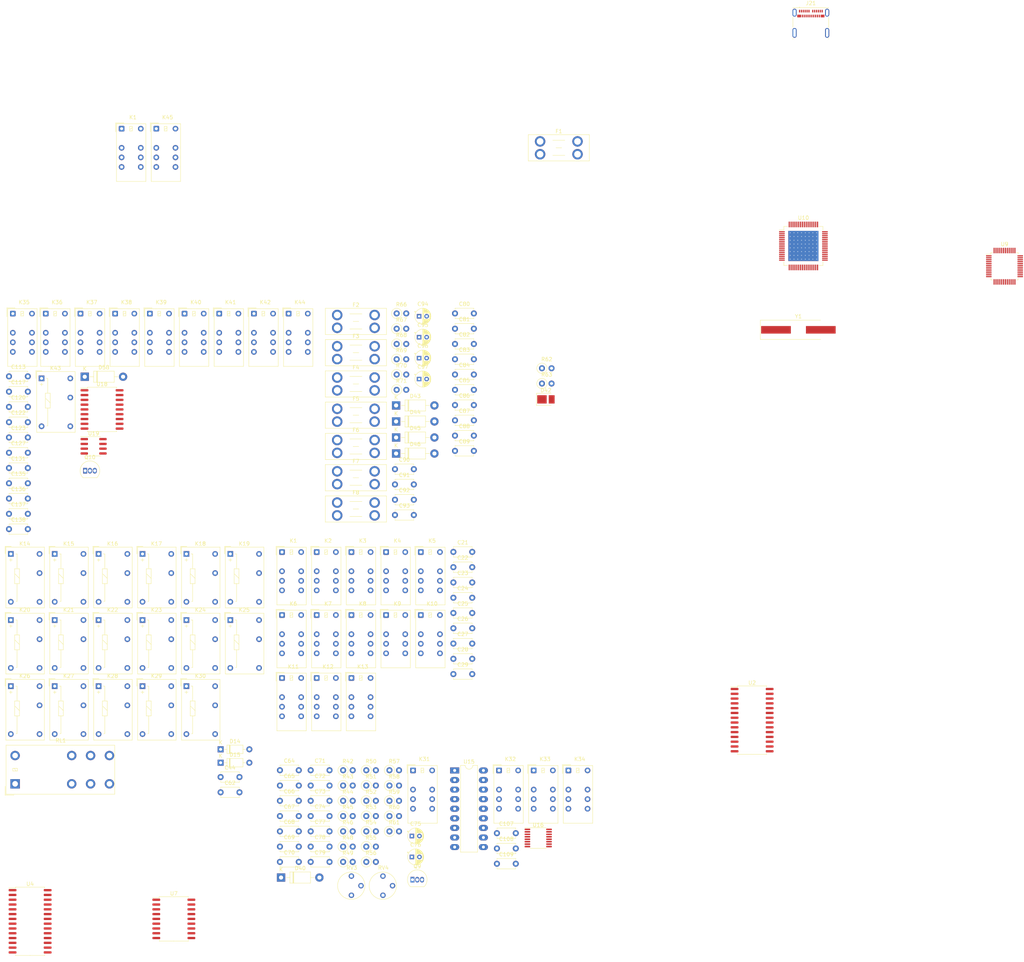
<source format=kicad_pcb>
(kicad_pcb (version 20221018) (generator pcbnew)
  (layers (0 "F.Cu" signal) (31 "B.Cu" signal) (34 "B.Paste" user) (35 "F.Paste" user) (36 "B.SilkS" user "B.Silkscreen") (37 "F.SilkS" user "F.Silkscreen") (38 "B.Mask" user) (39 "F.Mask" user) (44 "Edge.Cuts" user))
  (net 0 "")
  (net 1 "Earth")
  (net 2 "+12V")
  (net 3 "Net-(D8-K)")
  (net 4 "+5V")
  (net 5 "Net-(D9-K)")
  (net 6 "Net-(D10-K)")
  (net 7 "Net-(D11-K)")
  (net 8 "Net-(D12-K)")
  (net 9 "Net-(D13-K)")
  (net 10 "Net-(J13-In)")
  (net 11 "Net-(C64-Pad2)")
  (net 12 "Net-(T2-SD)")
  (net 13 "Net-(T2-AA)")
  (net 14 "Net-(C66-Pad2)")
  (net 15 "Net-(T2-AB)")
  (net 16 "Net-(C67-Pad2)")
  (net 17 "Net-(C69-Pad2)")
  (net 18 "Net-(T3-AA)")
  (net 19 "Net-(C70-Pad2)")
  (net 20 "Net-(T3-AB)")
  (net 21 "Net-(C71-Pad2)")
  (net 22 "Net-(C72-Pad1)")
  (net 23 "Net-(C73-Pad2)")
  (net 24 "Net-(C74-Pad2)")
  (net 25 "Net-(C75-Pad1)")
  (net 26 "+BATT")
  (net 27 "Net-(Q9-E)")
  (net 28 "+1V1")
  (net 29 "+3.3V")
  (net 30 "Net-(U10-XI)")
  (net 31 "Net-(U10-XO)")
  (net 32 "Net-(C86-Pad1)")
  (net 33 "Net-(C87-Pad1)")
  (net 34 "Net-(C88-Pad1)")
  (net 35 "GND")
  (net 36 "Net-(U12-EN)")
  (net 37 "Net-(U12-VBST)")
  (net 38 "Net-(U12-SW)")
  (net 39 "Net-(C93-Pad1)")
  (net 40 "Net-(D43-A)")
  (net 41 "Net-(J29-Pin_8)")
  (net 42 "Net-(D50-K)")
  (net 43 "Net-(D51-K)")
  (net 44 "Net-(D52-K)")
  (net 45 "Net-(D53-K)")
  (net 46 "Net-(D54-K)")
  (net 47 "Net-(D55-K)")
  (net 48 "Net-(D56-K)")
  (net 49 "Net-(D57-K)")
  (net 50 "Net-(D60-K)")
  (net 51 "Net-(D14-K)")
  (net 52 "Net-(D14-A)")
  (net 53 "Net-(D15-K)")
  (net 54 "Net-(D15-A)")
  (net 55 "Net-(D40-K)")
  (net 56 "Net-(D40-A)")
  (net 57 "Net-(D42-A)")
  (net 58 "Net-(D44-A)")
  (net 59 "Net-(D45-A)")
  (net 60 "Net-(D46-A)")
  (net 61 "Net-(D58-K)")
  (net 62 "Net-(J20-VBUS1)")
  (net 63 "-BATT")
  (net 64 "Net-(D43-K)")
  (net 65 "Net-(JP2-C)")
  (net 66 "Net-(JP1-C)")
  (net 69 "Net-(K1-Pad10)")
  (net 70 "Net-(J4-In)")
  (net 71 "Net-(C7-Pad1)")
  (net 72 "Net-(C14-Pad2)")
  (net 73 "Net-(K1-Pad9)")
  (net 74 "Net-(D1-K)")
  (net 75 "Net-(K2-Pad10)")
  (net 76 "Net-(J2-In)")
  (net 77 "Net-(J1-In)")
  (net 78 "Net-(K2-Pad9)")
  (net 79 "Net-(D2-K)")
  (net 80 "Net-(K3-Pad10)")
  (net 81 "Net-(C1-Pad1)")
  (net 82 "Net-(C15-Pad1)")
  (net 83 "Net-(K3-Pad9)")
  (net 84 "Net-(D3-K)")
  (net 85 "Net-(K4-Pad10)")
  (net 86 "Net-(C2-Pad1)")
  (net 87 "Net-(C16-Pad1)")
  (net 88 "Net-(K4-Pad9)")
  (net 89 "Net-(D4-K)")
  (net 90 "Net-(K5-Pad10)")
  (net 91 "Net-(C3-Pad1)")
  (net 92 "Net-(C17-Pad1)")
  (net 93 "Net-(K5-Pad9)")
  (net 94 "Net-(D5-K)")
  (net 95 "Net-(K6-Pad10)")
  (net 96 "Net-(C4-Pad1)")
  (net 97 "Net-(C18-Pad1)")
  (net 98 "Net-(K6-Pad9)")
  (net 99 "Net-(D6-K)")
  (net 100 "Net-(K7-Pad10)")
  (net 101 "Net-(C5-Pad1)")
  (net 102 "Net-(C19-Pad1)")
  (net 103 "Net-(K7-Pad9)")
  (net 104 "Net-(D7-K)")
  (net 105 "Net-(K8-Pad10)")
  (net 106 "Net-(C6-Pad1)")
  (net 107 "Net-(C20-Pad1)")
  (net 108 "Net-(J3-In)")
  (net 109 "Net-(K9-Pad10)")
  (net 110 "Net-(K10-Pad9)")
  (net 111 "Net-(C35-Pad1)")
  (net 112 "Net-(C30-Pad2)")
  (net 113 "Net-(J6-In)")
  (net 114 "Net-(K10-Pad10)")
  (net 115 "Net-(K10-Pad4)")
  (net 116 "Net-(C36-Pad1)")
  (net 117 "Net-(C31-Pad2)")
  (net 118 "Net-(K11-Pad10)")
  (net 119 "Net-(K11-Pad4)")
  (net 120 "Net-(C37-Pad1)")
  (net 121 "Net-(C32-Pad2)")
  (net 122 "Net-(K12-Pad10)")
  (net 123 "Net-(K12-Pad4)")
  (net 124 "Net-(C38-Pad1)")
  (net 125 "Net-(C33-Pad2)")
  (net 126 "Net-(K13-Pad10)")
  (net 128 "Net-(C39-Pad1)")
  (net 129 "Net-(C34-Pad2)")
  (net 130 "Net-(U5-O5)")
  (net 131 "Net-(K14-Pad7)")
  (net 133 "Net-(C48-Pad1)")
  (net 134 "Net-(U5-O6)")
  (net 136 "Net-(C53-Pad1)")
  (net 137 "Net-(U5-O7)")
  (net 139 "Net-(C49-Pad1)")
  (net 140 "Net-(U5-O8)")
  (net 142 "Net-(C51-Pad1)")
  (net 143 "Net-(U5-O1)")
  (net 145 "Net-(C58-Pad1)")
  (net 146 "Net-(U5-O2)")
  (net 148 "Net-(C56-Pad1)")
  (net 149 "Net-(U5-O3)")
  (net 151 "Net-(C60-Pad1)")
  (net 152 "Net-(U5-O4)")
  (net 154 "Net-(C57-Pad1)")
  (net 155 "Net-(U6-O7)")
  (net 156 "Net-(K22-Pad10)")
  (net 157 "Net-(K22-Pad12)")
  (net 158 "Net-(U8-O5)")
  (net 159 "Net-(K23-Pad7)")
  (net 160 "Net-(K23-Pad10)")
  (net 162 "Net-(U8-O6)")
  (net 163 "Net-(K24-Pad7)")
  (net 165 "Net-(U8-O7)")
  (net 167 "Net-(U8-O8)")
  (net 168 "Net-(K26-Pad10)")
  (net 170 "Net-(U8-O2)")
  (net 171 "Net-(K27-Pad7)")
  (net 173 "Net-(U8-O3)")
  (net 174 "Net-(K28-Pad7)")
  (net 176 "Net-(U8-O4)")
  (net 178 "Net-(U8-O1)")
  (net 179 "Net-(K30-Pad10)")
  (net 181 "Net-(JP4-C)")
  (net 182 "Net-(J17-In)")
  (net 183 "Net-(J15-In)")
  (net 184 "Net-(J14-In)")
  (net 185 "Net-(K32-Pad10)")
  (net 186 "Net-(K32-Pad4)")
  (net 187 "Net-(C98-Pad1)")
  (net 188 "Net-(C104-Pad1)")
  (net 190 "Net-(D47-K)")
  (net 191 "Net-(K33-Pad10)")
  (net 192 "Net-(K33-Pad4)")
  (net 193 "Net-(C99-Pad1)")
  (net 194 "Net-(C105-Pad1)")
  (net 195 "Net-(D48-K)")
  (net 196 "Net-(K34-Pad10)")
  (net 198 "Net-(C100-Pad1)")
  (net 199 "Net-(C106-Pad1)")
  (net 200 "Net-(D49-K)")
  (net 201 "Net-(K35-Pad10)")
  (net 202 "Net-(K35-Pad4)")
  (net 203 "Net-(C110-Pad1)")
  (net 204 "Net-(C111-Pad1)")
  (net 205 "Net-(J30-In)")
  (net 206 "Net-(K36-Pad10)")
  (net 207 "Net-(K36-Pad4)")
  (net 208 "Net-(C114-Pad1)")
  (net 209 "Net-(C115-Pad1)")
  (net 210 "Net-(K37-Pad10)")
  (net 211 "Net-(K37-Pad4)")
  (net 212 "Net-(C118-Pad1)")
  (net 213 "Net-(C119-Pad1)")
  (net 214 "Net-(K38-Pad10)")
  (net 215 "Net-(K38-Pad4)")
  (net 216 "Net-(C124-Pad1)")
  (net 217 "Net-(C125-Pad1)")
  (net 218 "Net-(K39-Pad10)")
  (net 219 "Net-(K39-Pad4)")
  (net 220 "Net-(C128-Pad1)")
  (net 221 "Net-(C129-Pad1)")
  (net 222 "Net-(K40-Pad10)")
  (net 223 "Net-(K40-Pad4)")
  (net 224 "Net-(C132-Pad1)")
  (net 225 "Net-(C133-Pad1)")
  (net 226 "Net-(K41-Pad10)")
  (net 228 "Net-(J32-In)")
  (net 229 "Net-(J33-In)")
  (net 230 "Net-(K42-Pad10)")
  (net 231 "Net-(J36-In)")
  (net 232 "Net-(J34-In)")
  (net 233 "Net-(J35-In)")
  (net 238 "Net-(K44-Pad10)")
  (net 240 "Net-(C140-Pad1)")
  (net 241 "Net-(C139-Pad2)")
  (net 243 "Net-(Q9-B)")
  (net 246 "Net-(Q10-K)")
  (net 247 "Net-(R42-Pad2)")
  (net 248 "Net-(T2-SA)")
  (net 249 "Net-(Q2-Pad1)")
  (net 250 "Net-(R46-Pad2)")
  (net 251 "Net-(Q3-Pad1)")
  (net 252 "Net-(Q4-Pad1)")
  (net 253 "Net-(T3-SD)")
  (net 254 "Net-(T3-SA)")
  (net 255 "Net-(Q5-Pad1)")
  (net 256 "Net-(Q6-Pad1)")
  (net 257 "Net-(R56-Pad2)")
  (net 258 "Net-(T4-AB)")
  (net 259 "Net-(T4-AA)")
  (net 260 "Net-(R61-Pad1)")
  (net 261 "Net-(U10-USB_R1)")
  (net 262 "Net-(U12-VFB)")
  (net 263 "Net-(RL1-Pad2)")
  (net 264 "Net-(J12-In)")
  (net 265 "Net-(J11-In)")
  (net 266 "Net-(D31-K)")
  (net 267 "Net-(U2-GPB0)")
  (net 268 "Net-(U2-GPB1)")
  (net 269 "Net-(U2-GPB2)")
  (net 270 "Net-(U2-GPB3)")
  (net 271 "Net-(U2-GPB4)")
  (net 272 "Net-(U2-GPB5)")
  (net 273 "Net-(U2-GPB6)")
  (net 274 "Net-(U2-GPB7)")
  (net 276 "Net-(J5-Pin_7)")
  (net 277 "Net-(J5-Pin_5)")
  (net 282 "Net-(U1-I1)")
  (net 283 "Net-(U1-I2)")
  (net 284 "Net-(U1-I3)")
  (net 285 "Net-(U1-I4)")
  (net 286 "Net-(U1-I5)")
  (net 287 "Net-(U1-I6)")
  (net 288 "Net-(U1-I7)")
  (net 289 "Net-(U1-I8)")
  (net 290 "Net-(U4-GPB0)")
  (net 291 "Net-(U4-GPB1)")
  (net 292 "Net-(U4-GPB2)")
  (net 293 "Net-(U4-GPB3)")
  (net 294 "Net-(U4-GPB4)")
  (net 295 "Net-(U4-GPB5)")
  (net 296 "Net-(U4-GPB6)")
  (net 297 "Net-(U4-GPB7)")
  (net 299 "Net-(J10-Pin_7)")
  (net 300 "Net-(J10-Pin_5)")
  (net 305 "Net-(U4-GPA0)")
  (net 306 "Net-(U4-GPA1)")
  (net 307 "Net-(U4-GPA2)")
  (net 308 "Net-(U4-GPA3)")
  (net 309 "Net-(U4-GPA4)")
  (net 310 "Net-(U4-GPA5)")
  (net 311 "Net-(U4-GPA6)")
  (net 312 "Net-(U4-GPA7)")
  (net 316 "Net-(U7-GP0)")
  (net 317 "Net-(U7-GP1)")
  (net 318 "Net-(U7-GP2)")
  (net 319 "Net-(U7-GP3)")
  (net 320 "Net-(U7-GP4)")
  (net 321 "Net-(U7-GP5)")
  (net 322 "Net-(U7-GP6)")
  (net 323 "Net-(U7-GP7)")
  (net 334 "GNDD")
  (net 344 "GNDA")
  (net 347 "Net-(U9-MICIN)")
  (net 348 "Net-(U9-LOL)")
  (net 350 "Net-(U9-LOR)")
  (net 354 "Net-(U10-USB_DP_DN4)")
  (net 355 "Net-(U10-USB_DM_DN4)")
  (net 379 "Net-(JP3-C)")
  (net 380 "Net-(K1-Pad4)")
  (net 386 "Net-(JP3-A)")
  (net 387 "Net-(JP4-A)")
  (net 393 "Net-(J20-D1+)")
  (net 394 "Net-(J20-D1-)")
  (net 399 "Net-(J20-D2+)")
  (net 400 "Net-(J20-D2-)")
  (net 410 "Net-(U15-I1)")
  (net 411 "Net-(U15-I2)")
  (net 412 "Net-(U15-I3)")
  (net 413 "Net-(U15-I4)")
  (net 414 "Net-(U15-I5)")
  (net 415 "Net-(U15-I6)")
  (net 416 "Net-(U15-I7)")
  (net 417 "Net-(U15-I8)")
  (net 424 "Net-(J29-Pin_5)")
  (net 425 "Net-(J29-Pin_7)")
  (net 426 "Net-(J29-Pin_1)")
  (net 427 "Net-(J29-Pin_9)")
  (net 428 "Net-(J31-Pin_5)")
  (net 429 "Net-(J31-Pin_7)")
  (net 433 "Net-(U17-I1)")
  (net 434 "Net-(U17-I2)")
  (net 435 "Net-(U17-I3)")
  (net 436 "Net-(U17-I4)")
  (net 437 "Net-(U17-I5)")
  (net 438 "Net-(U17-I6)")
  (net 439 "Net-(U17-I7)")
  (net 440 "Net-(U17-I8)")
  (net 448 "Net-(J7-Ext)")
  (net 449 "Net-(K2-Pad4)")
  (net 451 "Net-(K45-Pad10)")
  (net 452 "Net-(J38-In)")
  (net 453 "Net-(J37-In)")
  (net 454 "Net-(D62-K)")
  (footprint "Diode_THT:D_DO-35_SOD27_P7.62mm_Horizontal" (layer "F.Cu") (at 75.465 140.195)
    (fp_text reference "D15")
    (fp_text value "1N4148")
  )
  (footprint "Resistor_THT:R_Axial_DIN0207_L6.3mm_D2.5mm_P2.54mm_Vertical" (layer "F.Cu") (at 160.635 35.595)
    (fp_text reference "R62")
    (fp_text value "10M")
  )
  (footprint "Capacitor_THT:C_Disc_D4.7mm_W2.5mm_P5.00mm" (layer "F.Cu") (at 19.375 66.095)
    (fp_text reference "C135")
    (fp_text value "0.1u")
  )
  (footprint "Diode_THT:D_DO-41_SOD81_P10.16mm_Horizontal" (layer "F.Cu") (at 121.975 53.955)
    (fp_text reference "D45")
    (fp_text value "1N4001")
  )
  (footprint "Capacitor_THT:CP_Radial_D4.0mm_P2.00mm" (layer "F.Cu") (at 126.159801 165.185)
    (fp_text reference "C76")
    (fp_text value "470u")
  )
  (footprint "Capacitor_THT:C_Disc_D4.7mm_W2.5mm_P5.00mm" (layer "F.Cu") (at 19.375 49.895)
    (fp_text reference "C122")
    (fp_text value "0.1u")
  )
  (footprint "Package_SO:SOIC-28W_7.5x17.9mm_P1.27mm" (layer "F.Cu") (at 24.97 182.245)
    (fp_text reference "U4")
    (fp_text value "MCP23017_SO")
  )
  (footprint "Relay_THT:Relay_DPDT_Kemet_EC2" (layer "F.Cu") (at 47.515 21.1)
    (fp_text reference "K38")
    (fp_text value "EC2-5SNU")
  )
  (footprint "Resistor_THT:R_Axial_DIN0207_L6.3mm_D2.5mm_P2.54mm_Vertical" (layer "F.Cu") (at 122.125 33.205)
    (fp_text reference "R69")
    (fp_text value "10M")
  )
  (footprint "Relay_THT:Relay_DPDT_Kemet_EC2" (layer "F.Cu") (at 119.325 101.035)
    (fp_text reference "K9")
    (fp_text value "EC2-5SNU")
  )
  (footprint "Capacitor_THT:C_Disc_D4.7mm_W2.5mm_P5.00mm" (layer "F.Cu") (at 137.585 41.305)
    (fp_text reference "C85")
    (fp_text value "18p")
  )
  (footprint "Capacitor_THT:C_Disc_D4.7mm_W2.5mm_P5.00mm" (layer "F.Cu") (at 137.155 100.495)
    (fp_text reference "C25")
    (fp_text value "0.1u")
  )
  (footprint "Capacitor_THT:C_Disc_D4.7mm_W2.5mm_P5.00mm" (layer "F.Cu") (at 148.695 166.985)
    (fp_text reference "C109")
    (fp_text value "0.1u")
  )
  (footprint "Capacitor_THT:C_Disc_D4.7mm_W2.5mm_P5.00mm" (layer "F.Cu") (at 99.335 146.245)
    (fp_text reference "C72")
    (fp_text value "0.1u")
  )
  (footprint "Capacitor_THT:C_Disc_D4.7mm_W2.5mm_P5.00mm" (layer "F.Cu") (at 148.695 162.935)
    (fp_text reference "C108")
    (fp_text value "0.1u")
  )
  (footprint "Resistor_THT:R_Axial_DIN0207_L6.3mm_D2.5mm_P2.54mm_Vertical" (layer "F.Cu") (at 160.635 39.645)
    (fp_text reference "R63")
    (fp_text value "9.53K")
  )
  (footprint "Capacitor_THT:C_Disc_D4.7mm_W2.5mm_P5.00mm" (layer "F.Cu") (at 148.695 158.885)
    (fp_text reference "C107")
    (fp_text value "0.1u")
  )
  (footprint "Resistor_THT:R_Axial_DIN0207_L6.3mm_D2.5mm_P2.54mm_Vertical" (layer "F.Cu") (at 107.935 154.345)
    (fp_text reference "R45")
    (fp_text value "22")
  )
  (footprint "Resistor_THT:R_Axial_DIN0207_L6.3mm_D2.5mm_P2.54mm_Vertical" (layer "F.Cu") (at 114.075 166.495)
    (fp_text reference "R56")
    (fp_text value "2.2K")
  )
  (footprint "Capacitor_THT:C_Disc_D4.7mm_W2.5mm_P5.00mm" (layer "F.Cu") (at 137.585 37.255)
    (fp_text reference "C84")
    (fp_text value "18p")
  )
  (footprint "Capacitor_THT:C_Disc_D4.7mm_W2.5mm_P5.00mm" (layer "F.Cu") (at 99.335 158.395)
    (fp_text reference "C77")
    (fp_text value "0.1u")
  )
  (footprint "Relay_THT:Relay_SPDT_Omron_G6E" (layer "F.Cu") (at 66.4 84.83)
    (fp_text reference "K18")
    (fp_text value "G6E")
  )
  (footprint "Resistor_THT:R_Axial_DIN0207_L6.3mm_D2.5mm_P2.54mm_Vertical" (layer "F.Cu") (at 120.215 150.295)
    (fp_text reference "R59")
    (fp_text value "220")
  )
  (footprint "Diode_THT:D_DO-41_SOD81_P10.16mm_Horizontal" (layer "F.Cu") (at 39.455 37.845)
    (fp_text reference "D58")
    (fp_text value "1N4001")
  )
  (footprint "Relay_THT:Relay_DPDT_Kemet_EC2" (layer "F.Cu") (at 128.52 101.035)
    (fp_text reference "K10")
    (fp_text value "EC2-5SNU")
  )
  (footprint "Crystal:Crystal_SMD_HC49-SD_HandSoldering" (layer "F.Cu") (at 228.6 25.4)
    (fp_text reference "Y1")
    (fp_text value "24Mhz")
  )
  (footprint "Package_SO:SOIC-8_3.9x4.9mm_P1.27mm" (layer "F.Cu") (at 41.805 56.285)
    (fp_text reference "U19")
    (fp_text value "LM555xM")
  )
  (footprint "Relay_THT:Relay_SPDT_Omron_G6E" (layer "F.Cu") (at 19.86 119.9)
    (fp_text reference "K26")
    (fp_text value "G6E")
  )
  (footprint "Capacitor_THT:C_Disc_D4.7mm_W2.5mm_P5.00mm" (layer "F.Cu") (at 19.375 37.745)
    (fp_text reference "C113")
    (fp_text value "0.1u")
  )
  (footprint "Diode_THT:D_DO-41_SOD81_P10.16mm_Horizontal" (layer "F.Cu") (at 91.485 170.645)
    (fp_text reference "D40")
    (fp_text value "1N4001")
  )
  (footprint "Relay_THT:Relay_DPDT_Kemet_EC2" (layer "F.Cu") (at 58.42 -27.94)
    (fp_text reference "K45")
    (fp_text value "EC2-5SNU")
  )
  (footprint "Relay_THT:Relay_DPDT_Kemet_EC2" (layer "F.Cu") (at 149.25 142.24)
    (fp_text reference "K32")
    (fp_text value "EC2-5SNU")
  )
  (footprint "Resistor_THT:R_Axial_DIN0207_L6.3mm_D2.5mm_P2.54mm_Vertical" (layer "F.Cu") (at 114.075 154.345)
    (fp_text reference "R53")
    (fp_text value "1K")
  )
  (footprint "Capacitor_THT:C_Disc_D4.7mm_W2.5mm_P5.00mm" (layer "F.Cu") (at 137.585 53.455)
    (fp_text reference "C88")
    (fp_text value "0.1u")
  )
  (footprint "Relay_THT:Relay_DPDT_Kemet_EC2" (layer "F.Cu") (at 110.13 84.34)
    (fp_text reference "K3")
    (fp_text value "EC2-5SNU")
  )
  (footprint "Fuse:Fuseholder_Blade_Mini_Keystone_3568" (layer "F.Cu") (at 106.365 21.475)
    (fp_text reference "F2")
    (fp_text value "30A")
  )
  (footprint "Fuse:Fuseholder_Blade_Mini_Keystone_3568" (layer "F.Cu") (at 106.365 71.215)
    (fp_text reference "F8")
    (fp_text value "250mA")
  )
  (footprint "Relay_THT:Relay_SPDT_Omron_G6E" (layer "F.Cu") (at 66.4 119.9)
    (fp_text reference "K30")
    (fp_text value "G6E")
  )
  (footprint "Package_SO:SOIC-18W_7.5x11.6mm_P1.27mm" (layer "F.Cu") (at 63.07 181.61)
    (fp_text reference "U7")
    (fp_text value "MCP23008-xSO")
  )
  (footprint "Relay_THT:Relay_DPDT_Kemet_EC2" (layer "F.Cu") (at 91.74 117.73)
    (fp_text reference "K11")
    (fp_text value "EC2-5SNU")
  )
  (footprint "Relay_THT:Relay_DPDT_Kemet_EC2" (layer "F.Cu") (at 126.46 142.24)
    (fp_text reference "K31")
    (fp_text value "EC2-5SNU")
  )
  (footprint "Resistor_THT:R_Axial_DIN0207_L6.3mm_D2.5mm_P2.54mm_Vertical" (layer "F.Cu") (at 122.125 29.155)
    (fp_text reference "R68")
    (fp_text value "10M")
  )
  (footprint "Resistor_THT:R_Axial_DIN0207_L6.3mm_D2.5mm_P2.54mm_Vertical" (layer "F.Cu") (at 107.935 166.495)
    (fp_text reference "R49")
    (fp_text value "22")
  )
  (footprint "Capacitor_THT:CP_Radial_D4.0mm_P2.00mm" (layer "F.Cu") (at 128.069801 32.905)
    (fp_text reference "C96")
    (fp_text value "10u")
  )
  (footprint "Resistor_THT:R_Axial_DIN0207_L6.3mm_D2.5mm_P2.54mm_Vertical" (layer "F.Cu") (at 114.075 150.295)
    (fp_text reference "R52")
    (fp_text value "1K")
  )
  (footprint "Relay_THT:Relay_DPDT_Kemet_EC2" (layer "F.Cu") (at 38.32 21.1)
    (fp_text reference "K37")
    (fp_text value "EC2-5SNU")
  )
  (footprint "Capacitor_THT:C_Disc_D4.7mm_W2.5mm_P5.00mm" (layer "F.Cu") (at 19.375 74.195)
    (fp_text reference "C137")
    (fp_text value "0.1u")
  )
  (footprint "Relay_THT:Relay_SPDT_Omron_G6E" (layer "F.Cu") (at 31.495 102.365)
    (fp_text reference "K21")
    (fp_text value "G6E")
  )
  (footprint "Resistor_THT:R_Axial_DIN0207_L6.3mm_D2.5mm_P2.54mm_Vertical" (layer "F.Cu") (at 114.075 162.445)
    (fp_text reference "R55")
    (fp_text value "22")
  )
  (footprint "Relay_THT:Relay_DPDT_Kemet_EC2" (layer "F.Cu") (at 158.445 142.24)
    (fp_text reference "K33")
    (fp_text value "EC2-5SNU")
  )
  (footprint "Capacitor_THT:C_Disc_D4.7mm_W2.5mm_P5.00mm" (layer "F.Cu") (at 137.585 49.405)
    (fp_text reference "C87")
    (fp_text value "0.1u")
  )
  (footprint "Capacitor_THT:C_Disc_D4.7mm_W2.5mm_P5.00mm" (layer "F.Cu") (at 137.585 57.505)
    (fp_text reference "C89")
    (fp_text value "0.1u")
  )
  (footprint "Capacitor_THT:C_Disc_D4.7mm_W2.5mm_P5.00mm" (layer "F.Cu") (at 121.675 74.505)
    (fp_text reference "C93")
    (fp_text value "47u")
  )
  (footprint "Relay_THT:Relay_SPDT_Omron_G6E" (layer "F.Cu") (at 19.86 84.83)
    (fp_text reference "K14")
    (fp_text value "G6E")
  )
  (footprint "Capacitor_THT:C_Disc_D4.7mm_W2.5mm_P5.00mm" (layer "F.Cu") (at 19.375 70.145)
    (fp_text reference "C136")
    (fp_text value "0.1u")
  )
  (footprint "Diode_THT:D_DO-35_SOD27_P7.62mm_Horizontal" (layer "F.Cu") (at 75.465 136.645)
    (fp_text reference "D14")
    (fp_text value "1N4148")
  )
  (footprint "Relay_THT:Relay_SPDT_Omron_G6E" (layer "F.Cu") (at 43.13 84.83)
    (fp_text reference "K16")
    (fp_text value "G6E")
  )
  (footprint "Package_SO:SOIC-18W_7.5x11.6mm_P1.27mm" (layer "F.Cu") (at 44.035 46.515)
    (fp_text reference "U18")
    (fp_text value "MCP23008-xSO")
  )
  (footprint "Resistor_THT:R_Axial_DIN0207_L6.3mm_D2.5mm_P2.54mm_Vertical" (layer "F.Cu") (at 107.935 146.245)
    (fp_text reference "R43")
    (fp_text value "1K")
  )
  (footprint "Capacitor_THT:C_Disc_D4.7mm_W2.5mm_P5.00mm" (layer "F.Cu") (at 91.185 166.495)
    (fp_text reference "C70")
    (fp_text value "0.1u")
  )
  (footprint "Package_SO:TSSOP-16_4.4x5mm_P0.65mm" (layer "F.Cu") (at 159.645 160.155)
    (fp_text reference "U16")
    (fp_text value "74HC596")
  )
  (footprint "Capacitor_THT:CP_Radial_D4.0mm_P2.00mm" (layer "F.Cu") (at 128.069801 21.805)
    (fp_text reference "C94")
    (fp_text value "220u")
  )
  (footprint "Relay_THT:Relay_DPDT_Panasonic_JW2" (layer "F.Cu") (at 21 145.795)
    (fp_text reference "RL1")
    (fp_text value "Bypass")
  )
  (footprint "Capacitor_THT:C_Disc_D4.7mm_W2.5mm_P5.00mm" (layer "F.Cu") (at 19.375 45.845)
    (fp_text reference "C120")
    (fp_text value "0.1u")
  )
  (footprint "Relay_THT:Relay_DPDT_Kemet_EC2" (layer "F.Cu") (at 100.935 84.34)
    (fp_text reference "K2")
    (fp_text value "EC2-5SNU")
  )
  (footprint "Fuse:Fuseholder_Blade_Mini_Keystone_3568" (layer "F.Cu") (at 106.365 62.925)
    (fp_text reference "F7")
    (fp_text value "250mA")
  )
  (footprint "Connector_USB:USB_C_Receptacle_Molex_105450-0101" (layer "F.Cu") (at 231.9 -55.895)
    (fp_text reference "J21")
    (fp_text value "USB")
  )
  (footprint "Capacitor_THT:C_Disc_D4.7mm_W2.5mm_P5.00mm" (layer "F.Cu") (at 19.375 57.995)
    (fp_text reference "C127")
    (fp_text value "0.1u")
  )
  (footprint "Capacitor_THT:C_Disc_D4.7mm_W2.5mm_P5.00mm" (layer "F.Cu") (at 91.185 146.245)
    (fp_text reference "C65")
    (fp_text value "0.1u")
  )
  (footprint "Capacitor_THT:CP_Radial_D4.0mm_P2.00mm" (layer "F.Cu") (at 128.069801 27.355)
    (fp_text reference "C95")
    (fp_text value "220u")
  )
  (footprint "Diode_THT:D_DO-41_SOD81_P10.16mm_Horizontal" (layer "F.Cu") (at 121.975 58.205)
    (fp_text reference "D46")
    (fp_text value "1N4001")
  )
  (footprint "Potentiometer_THT:Potentiometer_Vishay_T7-YA_Single_Vertical" (layer "F.Cu") (at 110.131 175.345)
    (fp_text reference "RV3")
    (fp_text value "10K")
  )
  (footprint "Fuse:Fuseholder_Blade_Mini_Keystone_3568" (layer "F.Cu") (at 106.365 54.635)
    (fp_text reference "F6")
    (fp_text value "3A")
  )
  (footprint "Relay_THT:Relay_SPDT_Omron_G6E" (layer "F.Cu") (at 43.13 119.9)
    (fp_text reference "K28")
    (fp_text value "G6E")
  )
  (footprint "Package_TO_SOT_THT:TO-92_Inline" (layer "F.Cu") (at 39.565 62.765)
    (fp_text reference "Q10")
    (fp_text value "BT169B")
  )
  (footprint "Relay_THT:Relay_SPDT_Omron_G6E" (layer "F.Cu") (at 54.765 102.365)
    (fp_text reference "K23")
    (fp_text value "G6E")
  )
  (footprint "Capacitor_THT:C_Disc_D4.7mm_W2.5mm_P5.00mm" (layer "F.Cu") (at 91.185 158.395)
    (fp_text reference "C68")
    (fp_text value "0.1u")
  )
  (footprint "Capacitor_THT:C_Disc_D4.7mm_W2.5mm_P5.00mm" (layer "F.Cu") (at 137.585 29.155)
    (fp_text reference "C82")
    (fp_text value "10u")
  )
  (footprint "Capacitor_THT:C_Disc_D4.7mm_W2.5mm_P5.00mm" (layer "F.Cu") (at 91.185 142.195)
    (fp_text reference "C64")
    (fp_text value "0.1u")
  )
  (footprint "Package_SO:SOIC-28W_7.5x17.9mm_P1.27mm" (layer "F.Cu") (at 216.33 128.905)
    (fp_text reference "U2")
    (fp_text value "MCP23017_SO")
  )
  (footprint "Relay_THT:Relay_DPDT_Kemet_EC2" (layer "F.Cu") (at 65.905 21.1)
    (fp_text reference "K40")
    (fp_text value "EC2-5SNU")
  )
  (footprint "Potentiometer_THT:Potentiometer_Vishay_T7-YA_Single_Vertical" (layer "F.Cu") (at 118.491 175.345)
    (fp_text reference "RV4")
    (fp_text value "10K")
  )
  (footprint "Relay_THT:Relay_DPDT_Kemet_EC2" (layer "F.Cu") (at 49.225 -27.94)
    (fp_text reference "K1")
    (fp_text value "EC2-5SNU")
  )
  (footprint "Capacitor_THT:C_Disc_D4.7mm_W2.5mm_P5.00mm" (layer "F.Cu") (at 91.185 150.295)
    (fp_text reference "C66")
    (fp_text value "0.1u")
  )
  (footprint "Relay_THT:Relay_DPDT_Kemet_EC2" (layer "F.Cu") (at 100.935 117.73)
    (fp_text reference "K12")
    (fp_text value "EC2-5SNU")
  )
  (footprint "Capacitor_THT:C_Disc_D4.7mm_W2.5mm_P5.00mm" (layer "F.Cu") (at 121.675 62.355)
    (fp_text reference "C90")
    (fp_text value "10u")
  )
  (footprint "Capacitor_THT:CP_Radial_D4.0mm_P2.00mm" (layer "F.Cu") (at 128.069801 38.455)
    (fp_text reference "C97")
    (fp_text value "10u")
  )
  (footprint "Capacitor_THT:C_Disc_D4.7mm_W2.5mm_P5.00mm" (layer "F.Cu") (at 137.155 88.345)
    (fp_text reference "C22")
    (fp_text value "0.1u")
  )
  (footprint "Capacitor_THT:C_Disc_D4.7mm_W2.5mm_P5.00mm" (layer "F.Cu") (at 137.585 33.205)
    (fp_text reference "C83")
    (fp_text value "10u")
  )
  (footprint "Capacitor_THT:C_Disc_D4.7mm_W2.5mm_P5.00mm" (layer "F.Cu") (at 137.585 45.355)
    (fp_text reference "C86")
    (fp_text value "0.1u")
  )
  (footprint "Resistor_THT:R_Axial_DIN0207_L6.3mm_D2.5mm_P2.54mm_Vertical" (layer "F.Cu") (at 107.935 142.195)
    (fp_text reference "R42")
    (fp_text value "1K")
  )
  (footprint "LED_SMD:LED_PLCC_2835_Handsoldering" (layer "F.Cu") (at 161.685 43.845)
    (fp_text reference "D42")
    (fp_text value "LED-Green")
  )
  (footprint "Capacitor_THT:C_Disc_D4.7mm_W2.5mm_P5.00mm" (layer "F.Cu") (at 99.335 162.445)
    (fp_text reference "C78")
    (fp_text value "0.1u")
  )
  (footprint "Relay_THT:Relay_SPDT_Omron_G6E" (layer "F.Cu") (at 54.765 119.9)
    (fp_text reference "K29")
    (fp_text value "G6E")
  )
  (footprint "Capacitor_THT:C_Disc_D4.7mm_W2.5mm_P5.00mm" (layer "F.Cu") (at 19.375 78.245)
    (fp_text reference "C138")
    (fp_text value "0.1u")
  )
  (footprint "Capacitor_THT:C_Disc_D4.7mm_W2.5mm_P5.00mm" (layer "F.Cu") (at 91.185 162.445)
    (fp_text reference "C69")
    (fp_text value "0.1u")
  )
  (footprint "Capacitor_THT:C_Disc_D4.7mm_W2.5mm_P5.00mm" (layer "F.Cu") (at 121.675 70.455)
    (fp_text reference "C92")
    (fp_text value "100n")
  )
  (footprint "Resistor_THT:R_Axial_DIN0207_L6.3mm_D2.5mm_P2.54mm_Vertical" (layer "F.Cu") (at 122.125 37.255)
    (fp_text reference "R70")
    (fp_text value "10M")
  )
  (footprint "Fuse:Fuseholder_Blade_Mini_Keystone_3568" (layer "F.Cu") (at 106.365 38.055)
    (fp_text reference "F4")
    (fp_text value "5A")
  )
  (footprint "Relay_THT:Relay_SPDT_Omron_G6E" (layer "F.Cu") (at 28.01 38.28)
    (fp_text reference "K43")
    (fp_text value "G6E")
  )
  (footprint "Resistor_THT:R_Axial_DIN0207_L6.3mm_D2.5mm_P2.54mm_Vertical" (layer "F.Cu") (at 114.075 142.195)
    (fp_text reference "R50")
    (fp_text value "22")
  )
  (footprint "Relay_THT:Relay_DPDT_Kemet_EC2" (layer "F.Cu") (at 100.935 101.035)
    (fp_text reference "K7")
    (fp_text value "EC2-5SNU")
  )
  (footprint "Relay_THT:Relay_DPDT_Kemet_EC2" (layer "F.Cu") (at 91.74 101.035)
    (fp_text reference "K6")
    (fp_text value "EC2-5SNU")
  )
  (footprint "Capacitor_THT:C_Disc_D4.7mm_W2.5mm_P5.00mm" (layer "F.Cu") (at 19.375 53.945)
    (fp_text reference "C123")
    (fp_text value "0.1u")
  )
  (footprint "Capacitor_THT:C_Disc_D4.7mm_W2.5mm_P5.00mm" (layer "F.Cu") (at 137.155 116.695)
    (fp_text reference "C29")
    (fp_text value "0.1u")
  )
  (footprint "Capacitor_THT:C_Disc_D4.7mm_W2.5mm_P5.00mm" (layer "F.Cu") (at 121.675 66.405)
    (fp_text reference "C91")
    (fp_text value "100n")
  )
  (footprint "Fuse:Fuseholder_Blade_Mini_Keystone_3568" (layer "F.Cu") (at 160.14 -24.56)
    (fp_text reference "F1")
    (fp_text value "3A")
  )
  (footprint "Capacitor_THT:C_Disc_D4.7mm_W2.5mm_P5.00mm" (layer "F.Cu") (at 75.465 143.995)
    (fp_text reference "C44")
    (fp_text value "0.1u")
  )
  (footprint "Capacitor_THT:C_Disc_D4.7mm_W2.5mm_P5.00mm" (layer "F.Cu") (at 19.375 62.045)
    (fp_text reference "C131")
    (fp_text value "0.1u")
  )
  (footprint "Resistor_THT:R_Axial_DIN0207_L6.3mm_D2.5mm_P2.54mm_Vertical" (layer "F.Cu") (at 122.125 41.305)
    (fp_text reference "R71")
    (fp_text value "10M")
  )
  (footprint "Resistor_THT:R_Axial_DIN0207_L6.3mm_D2.5mm_P2.54mm_Vertical" (layer "F.Cu") (at 120.215 142.195)
    (fp_text reference "R57")
    (fp_text value "47")
  )
  (footprint "Fuse:Fuseholder_Blade_Mini_Keystone_3568" (layer "F.Cu") (at 106.365 29.765)
    (fp_text reference "F3")
    (fp_text value "30A")
  )
  (footprint "Diode_THT:D_DO-41_SOD81_P10.16mm_Horizontal" (layer "F.Cu") (at 121.975 49.705)
    (fp_text reference "D44")
    (fp_text value "1N4001")
  )
  (footprint "Capacitor_THT:C_Disc_D4.7mm_W2.5mm_P5.00mm" (layer "F.Cu") (at 91.185 154.345)
    (fp_text reference "C67")
    (fp_text value "0.1u")
  )
  (footprint "Relay_THT:Relay_DPDT_Kemet_EC2" (layer "F.Cu") (at 110.13 101.035)
    (fp_text reference "K8")
    (fp_text value "EC2-5SNU")
  )
  (footprint "Resistor_THT:R_Axial_DIN0207_L6.3mm_D2.5mm_P2.54mm_Vertical" (layer "F.Cu") (at 107.935 158.395)
    (fp_text reference "R46")
    (fp_text value "2.2K")
  )
  (footprint "Relay_THT:Relay_DPDT_Kemet_EC2" (layer "F.Cu") (at 128.52 84.34)
    (fp_text reference "K5")
    (fp_text value "EC2-5SNU")
  )
  (footprint "Resistor_THT:R_Axial_DIN0207_L6.3mm_D2.5mm_P2.54mm_Vertical" (layer "F.Cu") (at 107.935 162.445)
    (fp_text reference "R48")
    (fp_text value "22")
  )
  (footprint "Relay_THT:Relay_DPDT_Kemet_EC2" (layer "F.Cu") (at 110.13 117.73)
    (fp_text reference "K13")
    (fp_text value "EC2-5SNU")
  )
  (footprint "Capacitor_THT:C_Disc_D4.7mm_W2.5mm_P5.00mm" (layer "F.Cu") (at 75.465 148.045)
    (fp_text reference "C62")
    (fp_text value "0.1u")
  )
  (footprint "Resistor_THT:R_Axial_DIN0207_L6.3mm_D2.5mm_P2.54mm_Vertical" (layer "F.Cu") (at 114.075 158.395)
    (fp_text reference "R54")
    (fp_text value "22")
  )
  (footprint "Relay_THT:Relay_SPDT_Omron_G6E" (layer "F.Cu") (at 31.495 84.83)
    (fp_text reference "K15")
    (fp_text value "G6E")
  )
  (footprint "Capacitor_THT:C_Disc_D4.7mm_W2.5mm_P5.00mm" (layer "F.Cu") (at 137.155 96.445)
    (fp_text reference "C24")
    (fp_text value "0.1u")
  )
  (footprint "Relay_THT:Relay_SPDT_Omron_G6E" (layer "F.Cu") (at 78.035 84.83)
    (fp_text reference "K19")
    (fp_text value "G6E")
  )
  (footprint "Relay_THT:Relay_SPDT_Omron_G6E" (layer "F.Cu") (at 43.13 102.365)
    (fp_text reference "K22")
    (fp_text value "G6E")
  )
  (footprint "Package_QFP:TQFP-48_7x7mm_P0.5mm" (layer "F.Cu") (at 283.23 8.5375)
    (fp_text reference "U9")
    (fp_text value "CM119B")
  )
  (footprint "Package_DIP:DIP-18_W7.62mm_LongPads" (layer "F.Cu") (at 137.495 142.245)
    (fp_text reference "U15")
    (fp_text value "ULN2804A")
  )
  (footprint "Capacitor_THT:C_Disc_D4.7mm_W2.5mm_P5.00mm" (layer "F.Cu") (at 137.155 84.295)
    (fp_text reference "C21")
    (fp_text value "0.1u")
  )
  (footprint "Relay_THT:Relay_SPDT_Omron_G6E" (layer "F.Cu") (at 31.495 119.9)
    (fp_text reference "K27")
    (fp_text value "G6E")
  )
  (footprint "Capacitor_THT:C_Disc_D4.7mm_W2.5mm_P5.00mm" (layer "F.Cu") (at 99.335 166.495)
    (fp_text reference "C79")
    (fp_text value "0.1u")
  )
  (footprint "Capacitor_THT:C_Disc_D4.7mm_W2.5mm_P5.00mm" (layer "F.Cu") (at 137.155 108.595)
    (fp_text reference "C27")
    (fp_text value "0.1u")
  )
  (footprint "Relay_THT:Relay_DPDT_Kemet_EC2" (layer "F.Cu") (at 75.1 21.1)
    (fp_text reference "K41")
    (fp_text value "EC2-5SNU")
  )
  (footprint "Capacitor_THT:C_Disc_D4.7mm_W2.5mm_P5.00mm" (layer "F.Cu") (at 137.155 92.395)
    (fp_text reference "C23")
    (fp_text value "0.1u")
  )
  (footprint "Resistor_THT:R_Axial_DIN0207_L6.3mm_D2.5mm_P2.54mm_Vertical" (layer "F.Cu") (at 120.215 154.345)
    (fp_text reference "R60")
    (fp_text value "220")
  )
  (footprint "Relay_THT:Relay_SPDT_Omron_G6E" (layer "F.Cu") (at 78.035 102.365)
    (fp_text reference "K25")
    (fp_text value "G6E")
  )
  (footprint "Resistor_THT:R_Axial_DIN0207_L6.3mm_D2.5mm_P2.54mm_Vertical" (layer "F.Cu") (at 114.075 146.245)
    (fp_text reference "R51")
    (fp_text value "22")
  )
  (footprint "Capacitor_THT:C_Disc_D4.7mm_W2.5mm_P5.00mm" (layer "F.Cu") (at 99.335 154.345)
    (fp_text reference "C74")
    (fp_text value "0.1u")
  )
  (footprint "Relay_THT:Relay_DPDT_Kemet_EC2" (layer "F.Cu") (at 84.295 21.1)
    (fp_text reference "K42")
    (fp_text value "EC2-5SNU")
  )
  (footprint "Resistor_THT:R_Axial_DIN0207_L6.3mm_D2.5mm_P2.54mm_Vertical" (layer "F.Cu") (at 120.215 146.245)
    (fp_text reference "R58")
    (fp_text value "47")
  )
  (footprint "Resistor_THT:R_Axial_DIN0207_L6.3mm_D2.5mm_P2.54mm_Vertical" (layer "F.Cu") (at 120.215 158.395)
    (fp_text reference "R61")
    (fp_text value "1k")
  )
  (footprint "Capacitor_THT:C_Disc_D4.7mm_W2.5mm_P5.00mm" (layer "F.Cu") (at 137.155 104.545)
    (fp_text reference "C26")
    (fp_text value "0.1u")
  )
  (footprint "Diode_THT:D_DO-41_SOD81_P10.16mm_Horizontal" (layer "F.Cu") (at 121.975 45.455)
    (fp_text reference "D43")
    (fp_text value "1N4001")
  )
  (footprint "Relay_THT:Relay_DPDT_Kemet_EC2" (layer "F.Cu") (at 167.64 142.24)
    (fp_text reference "K34")
    (fp_text value "EC2-5SNU")
  )
  (footprint "Resistor_THT:R_Axial_DIN0207_L6.3mm_D2.5mm_P2.54mm_Vertical" (layer "F.Cu") (at 122.125 21.055)
    (fp_text reference "R66")
    (fp_text value "10k")
  )
  (footprint "Relay_THT:Relay_SPDT_Omron_G6E" (layer "F.Cu") (at 66.4 102.365)
    (fp_text reference "K24")
    (fp_text value "G6E")
  )
  (footprint "Capacitor_THT:C_Disc_D4.7mm_W2.5mm_P5.00mm" (layer "F.Cu") (at 137.585 25.105)
    (fp_text reference "C81")
    (fp_text value "0.1u")
  )
  (footprint "Relay_THT:Relay_SPDT_Omron_G6E" (layer "F.Cu") (at 54.765 84.83)
    (fp_text reference "K17")
    (fp_text value "G6E")
  )
  (footprint "Relay_THT:Relay_SPDT_Omron_G6E" (layer "F.Cu") (at 19.86 102.365)
    (fp_text reference "K20")
    (fp_text value "G6E")
  )
  (footprint "Package_QFP:HTQFP-64-1EP_10x10mm_P0.5mm_EP8x8mm_Mask4.4x4.4mm_ThermalVias" (layer "F.Cu") (at 229.93 3.16)
    (fp_text reference "U10")
    (fp_text value "TUSB4041I")
  )
  (footprint "Resistor_THT:R_Axial_DIN0207_L6.3mm_D2.5mm_P2.54mm_Vertical" (layer "F.Cu") (at 122.125 25.105)
    (fp_text reference "R67")
    (fp_text value "54.9k")
  )
  (footprint "Capacitor_THT:C_Disc_D4.7mm_W2.5mm_P5.00mm" (layer "F.Cu") (at 137.585 21.055)
    (fp_text reference "C80")
    (fp_text value "0.1u")
  )
  (footprint "Capacitor_THT:C_Disc_D4.7mm_W2.5mm_P5.00mm" (layer "F.Cu") (at 99.335 142.195)
    (fp_text reference "C71")
    (fp_text value "0.1u")
  )
  (footprint "Capacitor_THT:CP_Radial_D4.0mm_P2.00mm" (layer "F.Cu") (at 126.159801 159.635)
    (fp_text reference "C75")
    (fp_text value "470u")
  )
  (footprint "Relay_THT:Relay_DPDT_Kemet_EC2" (layer "F.Cu") (at 91.74 84.34)
    (fp_text reference "K1")
    (fp_text value "EC2-5SNU")
  )
  (footprint "Fuse:Fuseholder_Blade_Mini_Keystone_3568" (layer "F.Cu") (at 106.365 46.345)
    (fp_text reference "F5")
    (fp_text value "5A")
  )
  (footprint "Relay_THT:Relay_DPDT_Kemet_EC2" (layer "F.Cu") (at 93.49 21.1)
    (fp_text reference "K44")
    (fp_text value "EC2-5SNU")
  )
  (footprint "Capacitor_THT:C_Disc_D4.7mm_W2.5mm_P5.00mm" (layer "F.Cu") (at 19.375 41.795)
    (fp_text reference "C117")
    (fp_text value "0.1u")
  )
  (footprint "Capacitor_THT:C_Disc_D4.7mm_W2.5mm_P5.00mm" (layer "F.Cu") (at 137.155 112.645)
    (fp_text reference "C28")
    (fp_text value "0.1u")
  )
  (footprint "Relay_THT:Relay_DPDT_Kemet_EC2" (layer "F.Cu") (at 119.325 84.34)
    (fp_text reference "K4")
    (fp_text value "EC2-5SNU")
  )
  (footprint "Capacitor_THT:C_Disc_D4.7mm_W2.5mm_P5.00mm" (layer "F.Cu") (at 99.335 150.295)
    (fp_text reference "C73")
    (fp_text value "0.1u")
  )
  (footprint "Relay_THT:Relay_DPDT_Kemet_EC2" (layer "F.Cu") (at 56.71 21.1)
    (fp_text reference "K39")
    (fp_text value "EC2-5SNU")
  )
  (footprint "Relay_THT:Relay_DPDT_Kemet_EC2" (layer "F.Cu") (at 20.3925 21.1)
    (fp_text reference "K35")
    (fp_text value "EC2-5SNU")
  )
  (footprint "Resistor_THT:R_Axial_DIN0207_L6.3mm_D2.5mm_P2.54mm_Vertical" (layer "F.Cu") (at 107.935 150.295)
    (fp_text reference "R44")
    (fp_text value "22")
  )
  (footprint "Package_TO_SOT_THT:TO-92_Inline" (layer "F.Cu") (at 126.315 171.215)
    (fp_text reference "Q9")
    (fp_text value "2N3904")
  )
  (footprint "Relay_THT:Relay_DPDT_Kemet_EC2" (layer "F.Cu") (at 29.125 21.1)
    (fp_text reference "K36")
    (fp_text value "EC2-5SNU")
  )
)
</source>
